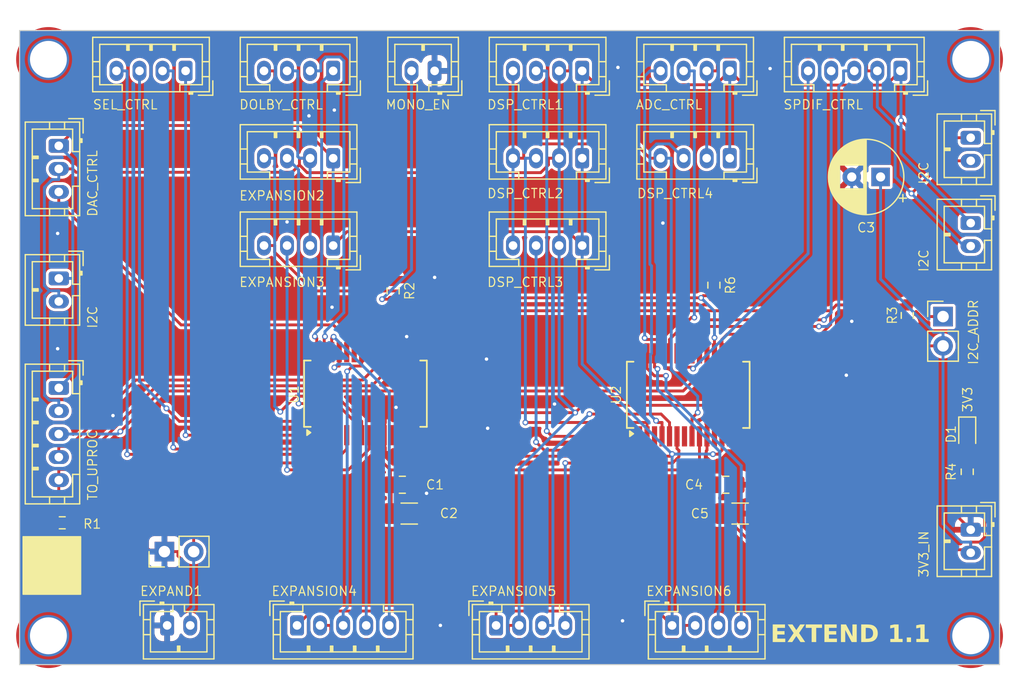
<source format=kicad_pcb>
(kicad_pcb (version 20240108) (generator "pcbnew") (generator_version "8.0")
  (layers (0 "F.Cu" signal) (31 "B.Cu" signal) (34 "B.Paste" user) (35 "F.Paste" user) (36 "B.SilkS" user "B.Silkscreen") (37 "F.SilkS" user "F.Silkscreen") (38 "B.Mask" user) (39 "F.Mask" user) (44 "Edge.Cuts" user))
  (net 0 "")
  (net 1 "GND")
  (net 2 "3V3")
  (net 3 "Net-(D1-A)")
  (net 5 "SCL")
  (net 6 "SDA")
  (net 8 "ADC_GPIO1")
  (net 9 "ADC_INT")
  (net 10 "A2")
  (net 11 "INTB")
  (net 12 "INTA")
  (net 13 "SPDIF_RESET")
  (net 14 "CHANSEL2")
  (net 15 "CHANSEL1")
  (net 16 "CHAN_EN")
  (net 17 "CHANSEL3")
  (net 18 "DSP_EN3")
  (net 19 "DSP_EN2")
  (net 20 "DSP_EN1")
  (net 21 "RESET")
  (net 22 "SPDIF_INT1")
  (net 23 "SPDIF_INT2")
  (net 24 "DSP_BOOT")
  (net 25 "EXPAND")
  (net 26 "MONOBLOCK_ENABLE")
  (net 27 "DAC_XSMT")
  (net 32 "DOLBY_RESET")
  (net 33 "DOLBY_IRQ")
  (net 34 "DSP_EN4")
  (net 37 "EXPAND3")
  (net 38 "EXPAND2")
  (net 39 "EXPAND4")
  (net 40 "EXPAND5")
  (net 41 "EXPAND7")
  (net 42 "EXPAND8")
  (net 43 "EXPAND6")
  (net 44 "EXPAND9")
  (net 45 "EXPAND10")
  (net 46 "EXPAND11")
  (net 47 "EXPAND12")
  (footprint "Connector_JST:JST_PH_B5B-PH-K_1x05_P2.00mm_Vertical" (layer "F.Cu") (at 89.3 94.5 -90)
    (property "Reference" "J2" (hide yes))
    (property "Value" "Conn_01x05_Pin")
  )
  (footprint "Connector_JST:JST_PH_B4B-PH-K_1x04_P2.00mm_Vertical" (layer "F.Cu") (at 113.1 67 180)
    (property "Reference" "J15" (hide yes))
    (property "Value" "Conn_01x04_Male")
  )
  (footprint "Connector_JST:JST_PH_B5B-PH-K_1x05_P2.00mm_Vertical" (layer "F.Cu") (at 109.9667 115.1)
    (property "Reference" "J20" (hide yes))
    (property "Value" "Conn_01x05_Pin")
  )
  (footprint "Capacitor_THT:CP_Radial_D6.3mm_P2.50mm" (layer "F.Cu") (at 160.5824 76.2 180)
    (property "Reference" "C3")
    (property "Value" "470u 10V")
  )
  (footprint "Connector_JST:JST_PH_B2B-PH-K_1x02_P2.00mm_Vertical" (layer "F.Cu") (at 98.7 115.1)
    (property "Reference" "J13" (hide yes))
    (property "Value" "Conn_01x02_Male")
  )
  (footprint "MountingHole:MountingHole_3.2mm_M3_DIN965_Pad_TopOnly" (layer "F.Cu") (at 88.4 66 90)
    (property "Reference" "H1" (hide yes))
    (property "Value" "MountingHole")
  )
  (footprint "MountingHole:MountingHole_3.2mm_M3_DIN965_Pad_TopOnly" (layer "F.Cu") (at 88.4 116 90)
    (property "Reference" "H2" (hide yes))
    (property "Value" "MountingHole")
  )
  (footprint "MountingHole:MountingHole_3.2mm_M3_DIN965_Pad_TopOnly" (layer "F.Cu") (at 168.4 66 90)
    (property "Reference" "H3" (hide yes))
    (property "Value" "MountingHole")
  )
  (footprint "Connector_JST:JST_PH_B4B-PH-K_1x04_P2.00mm_Vertical" (layer "F.Cu") (at 113.1 82.15 180)
    (property "Reference" "J19" (hide yes))
    (property "Value" "Conn_01x04_Pin")
  )
  (footprint "Connector_JST:JST_PH_B4B-PH-K_1x04_P2.00mm_Vertical" (layer "F.Cu") (at 134.7 82.15 180)
    (property "Reference" "J6" (hide yes))
    (property "Value" "Conn_01x04_Pin")
  )
  (footprint "Connector_JST:JST_PH_B2B-PH-K_1x02_P2.00mm_Vertical" (layer "F.Cu") (at 89.3 85 -90)
    (property "Reference" "J1" (hide yes))
    (property "Value" "Conn_01x02_Male")
  )
  (footprint "Connector_JST:JST_PH_B5B-PH-K_1x05_P2.00mm_Vertical" (layer "F.Cu") (at 162.3 67 180)
    (property "Reference" "J8" (hide yes))
    (property "Value" "Conn_01x05_Pin")
  )
  (footprint "Resistor_SMD:R_0603_1608Metric_Pad0.98x0.95mm_HandSolder" (layer "F.Cu") (at 146.125 85.5875 -90)
    (property "Reference" "R6")
    (property "Value" "4.7K")
  )
  (footprint "Connector_JST:JST_PH_B4B-PH-K_1x04_P2.00mm_Vertical" (layer "F.Cu") (at 100.3 67 180)
    (property "Reference" "J3" (hide yes))
    (property "Value" "Conn_01x04_Pin")
  )
  (footprint "Connector_PinHeader_2.54mm:PinHeader_1x02_P2.54mm_Vertical" (layer "F.Cu") (at 98.46 108.7 90)
    (property "Reference" "J14" (hide yes))
    (property "Value" "Conn_01x02_Male")
  )
  (footprint "Connector_JST:JST_PH_B2B-PH-K_1x02_P2.00mm_Vertical" (layer "F.Cu") (at 121.9 67 180)
    (property "Reference" "J5" (hide yes))
    (property "Value" "Conn_01x02_Male")
  )
  (footprint "Connector_JST:JST_PH_B4B-PH-K_1x04_P2.00mm_Vertical" (layer "F.Cu") (at 142.5 115.1)
    (property "Reference" "J22" (hide yes))
    (property "Value" "Conn_01x04_Pin")
  )
  (footprint "Capacitor_SMD:C_1206_3216Metric_Pad1.33x1.80mm_HandSolder" (layer "F.Cu") (at 148.4 105.4 180)
    (property "Reference" "C5")
    (property "Value" "10U")
  )
  (footprint "Connector_JST:JST_PH_B4B-PH-K_1x04_P2.00mm_Vertical" (layer "F.Cu") (at 147.5 67 180)
    (property "Reference" "J7" (hide yes))
    (property "Value" "Conn_01x04_Pin")
  )
  (footprint "Resistor_SMD:R_0603_1608Metric_Pad0.98x0.95mm_HandSolder" (layer "F.Cu") (at 118.3 86.0875 -90)
    (property "Reference" "R2")
    (property "Value" "4.7K")
  )
  (footprint "Connector_JST:JST_PH_B4B-PH-K_1x04_P2.00mm_Vertical" (layer "F.Cu") (at 127.2333 115.1)
    (property "Reference" "J21" (hide yes))
    (property "Value" "Conn_01x04_Pin")
  )
  (footprint "Resistor_SMD:R_0603_1608Metric" (layer "F.Cu") (at 168.1 101.775 -90)
    (property "Reference" "R4")
    (property "Value" "150R")
  )
  (footprint "Connector_JST:JST_PH_B4B-PH-K_1x04_P2.00mm_Vertical" (layer "F.Cu") (at 134.7 67 180)
    (property "Reference" "J4" (hide yes))
    (property "Value" "Conn_01x04_Pin")
  )
  (footprint "Connector_JST:JST_PH_B2B-PH-K_1x02_P2.00mm_Vertical" (layer "F.Cu") (at 168.4 80.2 -90)
    (property "Reference" "J10" (hide yes))
    (property "Value" "Conn_01x02_Male")
  )
  (footprint "Capacitor_SMD:C_0805_2012Metric_Pad1.18x1.45mm_HandSolder" (layer "F.Cu") (at 119.1 102.9 180)
    (property "Reference" "C1")
    (property "Value" "0.1u")
  )
  (footprint "Connector_JST:JST_PH_B4B-PH-K_1x04_P2.00mm_Vertical" (layer "F.Cu") (at 134.7 74.575 180)
    (property "Reference" "J16" (hide yes))
    (property "Value" "Conn_01x04_Pin")
  )
  (footprint "Connector_JST:JST_PH_B2B-PH-K_1x02_P2.00mm_Vertical" (layer "F.Cu") (at 168.4 106.8 -90)
    (property "Reference" "J11" (hide yes))
    (property "Value" "Conn_01x02_Pin")
  )
  (footprint "Resistor_SMD:R_0603_1608Metric_Pad0.98x0.95mm_HandSolder" (layer "F.Cu") (at 89.6 106.2 180)
    (property "Reference" "R1")
    (property "Value" "4.7K")
  )
  (footprint "Capacitor_SMD:C_1206_3216Metric_Pad1.33x1.80mm_HandSolder" (layer "F.Cu") (at 119.7 105.4 180)
    (property "Reference" "C2")
    (property "Value" "10U")
  )
  (footprint "Connector_JST:JST_PH_B2B-PH-K_1x02_P2.00mm_Vertical" (layer "F.Cu") (at 168.4 72.8 -90)
    (property "Reference" "J23" (hide yes))
    (property "Value" "Conn_01x02_Male")
  )
  (footprint "Capacitor_SMD:C_0805_2012Metric_Pad1.18x1.45mm_HandSolder" (layer "F.Cu") (at 147.1625 102.9 180)
    (property "Reference" "C4")
    (property "Value" "0.1u")
  )
  (footprint "Package_SO:SSOP-28_5.3x10.2mm_P0.65mm" (layer "F.Cu") (at 143.9 95.1 90)
    (property "Reference" "U2")
    (property "Value" "MCP23017_SS")
  )
  (footprint "LED_SMD:LED_0603_1608Metric" (layer "F.Cu") (at 168.1 98.5125 -90)
    (property "Reference" "D1")
    (property "Value" "BLUE")
  )
  (footprint "MountingHole:MountingHole_3.2mm_M3_DIN965_Pad_TopOnly" (layer "F.Cu") (at 168.4 116 90)
    (property "Reference" "H4" (hide yes))
    (property "Value" "MountingHole")
  )
  (footprint "Connector_PinHeader_2.54mm:PinHeader_1x02_P2.54mm_Vertical" (layer "F.Cu") (at 166 88.3125)
    (property "Reference" "J9" (hide yes))
    (property "Value" "Conn_01x02_Pin")
  )
  (footprint "Connector_JST:JST_PH_B4B-PH-K_1x04_P2.00mm_Vertical" (layer "F.Cu") (at 113.1 74.575 180)
    (property "Reference" "J18" (hide yes))
    (property "Value" "Conn_01x04_Pin")
  )
  (footprint "Connector_JST:JST_PH_B3B-PH-K_1x03_P2.00mm_Vertical" (layer "F.Cu") (at 89.3 73.5 -90)
    (property "Reference" "J12" (hide yes))
    (property "Value" "Conn_01x03_Pin")
  )
  (footprint "Package_SO:SSOP-28_5.3x10.2mm_P0.65mm" (layer "F.Cu") (at 115.9 95 90)
    (property "Reference" "U1")
    (property "Value" "MCP23017_SS")
  )
  (footprint "Connector_JST:JST_PH_B4B-PH-K_1x04_P2.00mm_Vertical" (layer "F.Cu") (at 147.5 74.575 180)
    (property "Reference" "J17" (hide yes))
    (property "Value" "Conn_01x04_Pin")
  )
  (footprint "Resistor_SMD:R_0603_1608Metric_Pad0.98x0.95mm_HandSolder" (layer "F.Cu") (at 162.9 88.2125 -90)
    (property "Reference" "R3")
    (property "Value" "4.7K")
  )
  (gr_rect (start 86.2 107.4) (end 91.2 112.4) (stroke (width 0.1)) (fill solid) (layer "F.SilkS"))
  (gr_line (start 170.9 63.5) (end 170.9 118.5) (stroke (width 0.1)) (layer "Edge.Cuts"))
  (gr_line (start 85.9 63.5) (end 170.9 63.5) (stroke (width 0.1)) (layer "Edge.Cuts"))
  (gr_line (start 85.9 118.5) (end 85.9 63.5) (stroke (width 0.1)) (layer "Edge.Cuts"))
  (gr_line (start 170.9 118.5) (end 85.9 118.5) (stroke (width 0.1)) (layer "Edge.Cuts"))
  (gr_text "ADC_CTRL" (at 139.3 70.4 0) (layer "F.SilkS") (effects (font (size 0.8 0.8) (thickness 0.1)) (justify left bottom)))
  (gr_text "DSP_CTRL4" (at 139.4 78.1 0) (layer "F.SilkS") (effects (font (size 0.8 0.8) (thickness 0.1)) (justify left bottom)))
  (gr_text "3V3" (at 168.599979 96.675 90) (layer "F.SilkS") (effects (font (size 0.8 0.8) (thickness 0.1)) (justify left bottom)))
  (gr_text "SPDIF_CTRL" (at 152.1 70.4 0) (layer "F.SilkS") (effects (font (size 0.8 0.8) (thickness 0.1)) (justify left bottom)))
  (gr_text "MONO_EN" (at 117.6 70.4 0) (layer "F.SilkS") (effects (font (size 0.8 0.8) (thickness 0.1)) (justify left bottom)))
  (gr_text "DSP_CTRL1" (at 126.4 70.4 0) (layer "F.SilkS") (effects (font (size 0.8 0.8) (thickness 0.1)) (justify left bottom)))
  (gr_text "SEL_CTRL" (at 92.2 70.4 0) (layer "F.SilkS") (effects (font (size 0.8 0.8) (thickness 0.1)) (justify left bottom)))
  (gr_text "I2C" (at 92.7 89.4 90) (layer "F.SilkS") (effects (font (size 0.8 0.8) (thickness 0.1)) (justify left bottom)))
  (gr_text "EXPANSION5\n" (at 125 112.6 0) (layer "F.SilkS") (effects (font (size 0.8 0.8) (thickness 0.1)) (justify left bottom)))
  (gr_text "I2C_ADDR" (at 169.1 92.5525 90) (layer "F.SilkS") (effects (font (size 0.8 0.8) (thickness 0.1)) (justify left bottom)))
  (gr_text "I2C" (at 164.8 76.9 90) (layer "F.SilkS") (effects (font (size 0.8 0.8) (thickness 0.1)) (justify left bottom)))
  (gr_text "I2C" (at 164.8 84.5 90) (layer "F.SilkS") (effects (font (size 0.8 0.8) (thickness 0.1)) (justify left bottom)))
  (gr_text "DSP_CTRL2" (at 126.4 78.1 0) (layer "F.SilkS") (effects (font (size 0.8 0.8) (thickness 0.1)) (justify left bottom)))
  (gr_text "3V3_IN" (at 164.8 111 90) (layer "F.SilkS") (effects (font (size 0.8 0.8) (thickness 0.1)) (justify left bottom)))
  (gr_text "EXTEND 1.1" (at 164.9 116.8 0) (layer "F.SilkS") (effects (font (size 1.5 1.5) (thickness 0.1) (bold yes)) (justify right bottom)))
  (gr_text "EXPANSION6\n" (at 140.2 112.6 0) (layer "F.SilkS") (effects (font (size 0.8 0.8) (thickness 0.1)) (justify left bottom)))
  (gr_text "DOLBY_CTRL" (at 104.9 70.4 0) (layer "F.SilkS") (effects (font (size 0.8 0.8) (thickness 0.1)) (justify left bottom)))
  (gr_text "DAC_CTRL" (at 92.7 79.7 90) (layer "F.SilkS") (effects (font (size 0.8 0.8) (thickness 0.1)) (justify left bottom)))
  (gr_text "DSP_CTRL3" (at 126.4 85.8 0) (layer "F.SilkS") (effects (font (size 0.8 0.8) (thickness 0.1)) (justify left bottom)))
  (gr_text "TO_UPROC" (at 92.7 104.325 90) (layer "F.SilkS") (effects (font (size 0.8 0.8) (thickness 0.1)) (justify left bottom)))
  (gr_text "EXPAND1" (at 96.3 112.6 0) (layer "F.SilkS") (effects (font (size 0.8 0.8) (thickness 0.1)) (justify left bottom)))
  (gr_text "EXPANSION4\n" (at 107.7 112.6 0) (layer "F.SilkS") (effects (font (size 0.8 0.8) (thickness 0.1)) (justify left bottom)))
  (gr_text "EXPANSION2" (at 104.9 78.3 0) (layer "F.SilkS") (effects (font (size 0.8 0.8) (thickness 0.1)) (justify left bottom)))
  (gr_text "EXPANSION3" (at 104.9 85.8 0) (layer "F.SilkS") (effects (font (size 0.8 0.8) (thickness 0.1)) (justify left bottom)))
  (segment (start 149.9625 102.9) (end 148.2 102.9) (width 0.25) (layer "F.Cu") (net 1))
  (segment (start 118.3 85.175) (end 118.5619 84.9131) (width 0.25) (layer "F.Cu") (net 1))
  (segment (start 163.7125 102.1125) (end 162.925 102.9) (width 0.25) (layer "F.Cu") (net 1))
  (segment (start 121.2625 105.4) (end 121.2625 103.7043) (width 0.25) (layer "F.Cu") (net 1))
  (segment (start 117.525 97.215) (end 118.5537 96.1863) (width 0.25) (layer "F.Cu") (net 1))
  (segment (start 163.7125 102.1125) (end 168.4 106.8) (width 0.25) (layer "F.Cu") (net 1))
  (segment (start 121.9 84.9131) (end 145.8869 84.9131) (width 0.25) (layer "F.Cu") (net 1))
  (segment (start 117.525 98.6) (end 117.525 97.215) (width 0.25) (layer "F.Cu") (net 1))
  (segment (start 120.125 91.4) (end 120.125 90.1983) (width 0.25) (layer "F.Cu") (net 1))
  (segment (start 145.525 99.9017) (end 145.4646 99.9621) (width 0.25) (layer "F.Cu") (net 1))
  (segment (start 90.5125 106.2) (end 94.7833 106.2) (width 0.25) (layer "F.Cu") (net 1))
  (segment (start 157.6119 93.4) (end 163.775 93.4) (width 0.25) (layer "F.Cu") (net 1))
  (segment (start 158.0824 76.2) (end 149.6074 84.675) (width 0.25) (layer "F.Cu") (net 1))
  (segment (start 94.7833 106.2) (end 97.2833 108.7) (width 0.25) (layer "F.Cu") (net 1))
  (segment (start 119.475 90.1983) (end 120.125 90.1983) (width 0.25) (layer "F.Cu") (net 1))
  (segment (start 120.8789 103.6414) (end 121.1996 103.6414) (width 0.25) (layer "F.Cu") (net 1))
  (segment (start 162.9 89.125) (end 162.4976 88.7226) (width 0.25) (layer "F.Cu") (net 1))
  (segment (start 145.525 98.7) (end 145.525 99.9017) (width 0.25) (layer "F.Cu") (net 1))
  (segment (start 99.6367 108.7) (end 99.6367 109.0677) (width 0.25) (layer "F.Cu") (net 1))
  (segment (start 118.5619 84.9131) (end 121.9 84.9131) (width 0.25) (layer "F.Cu") (net 1))
  (segment (start 119.475 91.4) (end 119.475 90.1983) (width 0.25) (layer "F.Cu") (net 1))
  (segment (start 162.925 102.9) (end 149.9625 102.9) (width 0.25) (layer "F.Cu") (net 1))
  (segment (start 119.475 90.0476) (end 119.475 90.1983) (width 0.25) (layer "F.Cu") (net 1))
  (segment (start 149.9625 102.9) (end 149.9625 105.4) (width 0.25) (layer "F.Cu") (net 1))
  (segment (start 168.1 97.725) (end 163.7125 102.1125) (width 0.25) (layer "F.Cu") (net 1))
  (segment (start 120.1375 102.9) (end 120.8789 103.6414) (width 0.25) (layer "F.Cu") (net 1))
  (segment (start 145.8869 84.9131) (end 146.125 84.675) (width 0.25) (layer "F.Cu") (net 1))
  (segment (start 98.46 108.7) (end 99.6367 108.7) (width 0.25) (layer "F.Cu") (net 1))
  (segment (start 156.9136 92.7017) (end 157.6119 93.4) (width 0.25) (layer "F.Cu") (net 1))
  (segment (start 145.4646 100.4868) (end 147.8778 102.9) (width 0.25) (layer "F.Cu") (net 1))
  (segment (start 99.6367 109.0677) (end 100.4935 109.9245) (width 0.25) (layer "F.Cu") (net 1))
  (segment (start 100.4935 109.9245) (end 116.738 109.9245) (width 0.25) (layer "F.Cu") (net 1))
  (segment (start 97.8717 108.7) (end 98.46 108.7) (width 0.25) (layer "F.Cu") (net 1))
  (segment (start 145.4646 99.9621) (end 145.4646 100.4868) (width 0.25) (layer "F.Cu") (net 1))
  (segment (start 163.775 93.4) (end 168.1 97.725) (width 0.25) (layer "F.Cu") (net 1))
  (segment (start 147.475 91.5) (end 147.475 92.7017) (width 0.25) (layer "F.Cu") (net 1))
  (segment (start 162.4976 88.7226) (end 158.0824 88.7226) (width 0.25) (layer "F.Cu") (net 1))
  (segment (start 149.6074 84.675) (end 146.125 84.675) (width 0.25) (layer "F.Cu") (net 1))
  (segment (start 147.8778 102.9) (end 148.2 102.9) (width 0.25) (layer "F.Cu") (net 1))
  (segment (start 97.8717 108.7) (end 97.2833 108.7) (width 0.25) (layer "F.Cu") (net 1))
  (segment (start 116.738 109.9245) (end 121.2625 105.4) (width 0.25) (layer "F.Cu") (net 1))
  (segment (start 147.475 92.7017) (end 156.9136 92.7017) (width 0.25) (layer "F.Cu") (net 1))
  (segment (start 121.2625 103.7043) (end 121.1996 103.6414) (width 0.25) (layer "F.Cu") (net 1))
  (via (at 121.9 84.9131) (size 0.5) (drill 0.3) (layers "F.Cu" "B.Cu") (net 1))
  (via (at 118.5537 96.1863) (size 0.5) (drill 0.3) (layers "F.Cu" "B.Cu") (net 1))
  (via (at 94 96.9) (size 0.5) (drill 0.3) (layers "F.Cu" "B.Cu") (net 1))
  (via (at 122.4 115.1) (size 0.5) (drill 0.3) (layers "F.Cu" "B.Cu") (net 1))
  (via (at 151 66.8) (size 0.5) (drill 0.3) (layers "F.Cu" "B.Cu") (net 1))
  (via (at 89.2 81.1) (size 0.5) (drill 0.3) (layers "F.Cu" "B.Cu") (net 1))
  (via (at 113 87.5) (size 0.5) (drill 0.3) (layers "F.Cu" "B.Cu") (net 1))
  (via (at 121.1996 103.6414) (size 0.5) (drill 0.3) (layers "F.Cu" "B.Cu") (net 1))
  (via (at 141.7 80.2) (size 0.5) (drill 0.3) (layers "F.Cu" "B.Cu") (net 1))
  (via (at 126.5 98) (size 0.5) (drill 0.3) (layers "F.Cu" "B.Cu") (net 1))
  (via (at 89.2 91.1) (size 0.5) (drill 0.3) (layers "F.Cu" "B.Cu") (net 1))
  (via (at 126.4 92) (size 0.5) (drill 0.3) (layers "F.Cu" "B.Cu") (net 1))
  (via (at 111 70.9) (size 0.5) (drill 0.3) (layers "F.Cu" "B.Cu") (net 1))
  (via (at 119.475 90.0476) (size 0.5) (drill 0.3) (layers "F.Cu" "B.Cu") (net 1))
  (via (at 113.2 70.4) (size 0.5) (drill 0.3) (layers "F.Cu" "B.Cu") (net 1))
  (via (at 137.8 66.7) (size 0.5) (drill 0.3) (layers "F.Cu" "B.Cu") (net 1))
  (via (at 157.6119 93.4) (size 0.5) (drill 0.3) (layers "F.Cu" "B.Cu") (net 1))
  (via (at 158.0824 88.7226) (size 0.5) (drill 0.3) (layers "F.Cu" "B.Cu") (net 1))
  (via (at 138.2 114.7) (size 0.5) (drill 0.3) (layers "F.Cu" "B.Cu") (net 1))
  (via (at 109.1 80.1) (size 0.5) (drill 0.3) (layers "F.Cu" "B.Cu") (net 1))
  (via (at 132.3 95.9) (size 0.5) (drill 0.3) (layers "F.Cu" "B.Cu") (net 1))
  (segment (start 158.0824 88.7226) (end 158.0824 92.9295) (width 0.25) (layer "B.Cu") (net 1))
  (segment (start 119.475 90.0476) (end 119.475 95.265) (width 0.25) (layer "B.Cu") (net 1))
  (segment (start 158.0824 92.9295) (end 157.6119 93.4) (width 0.25) (layer "B.Cu") (net 1))
  (segment (start 121.1996 98.8322) (end 121.1996 103.6414) (width 0.25) (layer "B.Cu") (net 1))
  (segment (start 121.9 67) (end 121.9 84.9131) (width 0.25) (layer "B.Cu") (net 1))
  (segment (start 98.46 109.8767) (end 98.7 110.1167) (width 0.25) (layer "B.Cu") (net 1))
  (segment (start 121.9 84.9131) (end 119.475 87.3381) (width 0.25) (layer "B.Cu") (net 1))
  (segment (start 98.46 108.7) (end 98.46 109.8767) (width 0.25) (layer "B.Cu") (net 1))
  (segment (start 98.7 110.1167) (end 98.7 115.1) (width 0.25) (layer "B.Cu") (net 1))
  (segment (start 158.0824 76.2) (end 158.0824 88.7226) (width 0.25) (layer "B.Cu") (net 1))
  (segment (start 119.475 87.3381) (end 119.475 90.0476) (width 0.25) (layer "B.Cu") (net 1))
  (segment (start 118.5537 96.1863) (end 121.1996 98.8322) (width 0.25) (layer "B.Cu") (net 1))
  (segment (start 119.475 95.265) (end 118.5537 96.1863) (width 0.25) (layer "B.Cu") (net 1))
  (segment (start 148.125 90.2983) (end 164.2691 90.2983) (width 0.25) (layer "F.Cu") (net 2))
  (segment (start 118.0625 102.9) (end 118.1375 102.975) (width 0.25) (layer "F.Cu") (net 2))
  (segment (start 168.1 102.6) (end 169.6068 104.1068) (width 0.25) (layer "F.Cu") (net 2))
  (segment (start 144.875 101.65) (end 146.125 102.9) (width 0.25) (layer "F.Cu") (net 2))
  (segment (start 118.0625 101.6144) (end 116.875 100.4269) (width 0.25) (layer "F.Cu") (net 2))
  (segment (start 168.4 108.5356) (end 168.4 107.8733) (width 0.25) (layer "F.Cu") (net 2))
  (segment (start 116.875 100.4269) (end 116.875 98.6) (width 0.25) (layer "F.Cu") (net 2))
  (segment (start 169.1929 107.8733) (end 168.4 107.8733) (width 0.25) (layer "F.Cu") (net 2))
  (segment (start 118.0625 101.6144) (end 118.0625 102.9) (width 0.25) (layer "F.Cu") (net 2))
  (segment (start 166 90.8525) (end 164.8233 90.8525) (width 0.25) (layer "F.Cu") (net 2))
  (segment (start 149.9731 108.5356) (end 146.8375 105.4) (width 0.25) (layer "F.Cu") (net 2))
  (segment (start 169.6068 104.1068) (end 169.6068 107.4594) (width 0.25) (layer "F.Cu") (net 2))
  (segment (start 144.875 98.7) (end 144.875 101.6144) (width 0.25) (layer "F.Cu") (net 2))
  (segment (start 146.125 102.9) (end 146.125 104.6875) (width 0.25) (layer "F.Cu") (net 2))
  (segment (start 164.2691 90.2983) (end 164.8233 90.8525) (width 0.25) (layer "F.Cu") (net 2))
  (segment (start 168.4 108.8) (end 168.4 108.5356) (width 0.25) (layer "F.Cu") (net 2))
  (segment (start 169.6068 107.4594) (end 169.1929 107.8733) (width 0.25) (layer "F.Cu") (net 2))
  (segment (start 146.125 104.6875) (end 146.8375 105.4) (width 0.25) (layer "F.Cu") (net 2))
  (segment (start 118.1375 102.975) (end 118.1375 105.4) (width 0.25) (layer "F.Cu") (net 2))
  (segment (start 144.875 101.6144) (end 118.0625 101.6144) (width 0.25) (layer "F.Cu") (net 2))
  (segment (start 168.4 108.5356) (end 149.9731 108.5356) (width 0.25) (layer "F.Cu") (net 2))
  (segment (start 148.125 91.5) (end 148.125 90.2983) (width 0.25) (layer "F.Cu") (net 2))
  (segment (start 144.875 101.6144) (end 144.875 101.65) (width 0.25) (layer "F.Cu") (net 2))
  (segment (start 160.5824 85.0672) (end 160.5824 76.2) (width 0.25) (layer "B.Cu") (net 2))
  (segment (start 166 90.8525) (end 166 89.6758) (width 0.25) (layer "B.Cu") (net 2))
  (segment (start 165.191 89.6758) (end 160.5824 85.0672) (width 0.25) (layer "B.Cu") (net 2))
  (segment (start 166 106.2842) (end 166 90.8525) (width 0.25) (layer "B.Cu") (net 2))
  (segment (start 168.4 108.8) (end 168.4 107.8733) (width 0.25) (layer "B.Cu") (net 2))
  (segment (start 166 89.6758) (end 165.191 89.6758) (width 0.25) (layer "B.Cu") (net 2))
  (segment (start 167.5891 107.8733) (end 166 106.2842) (width 0.25) (layer "B.Cu") (net 2))
  (segment (start 168.4 107.8733) (end 167.5891 107.8733) (width 0.25) (layer "B.Cu") (net 2))
  (segment (start 168.1 99.3) (end 168.1 100.95) (width 0.25) (layer "F.Cu") (net 3))
  (segment (start 142.5 100.2376) (end 142.313 100.4246) (width 0.25) (layer "F.Cu") (net 5))
  (segment (start 108.0267 67) (end 108.0267 71.7375) (width 0.25) (layer "F.Cu") (net 5))
  (segment (start 107.1 67) (end 108.0267 67) (width 0.25) (layer "F.Cu") (net 5))
  (segment (start 133.4983 80.9483) (end 114.3017 80.9483) (width 0.25) (layer "F.Cu") (net 5))
  (segment (start 142.313 100.4246) (end 119.4479 100.4246) (width 0.25) (layer "F.Cu") (net 5))
  (segment (start 108.0267 71.7375) (end 110.2625 71.7375) (width 0.25) (layer "F.Cu") (net 5))
  (segment (start 109.9667 115.1) (end 111.2129 113.8538) (width 0.25) (layer "F.Cu") (net 5))
  (segment (start 127.2333 113.8538) (end 141.2538 113.8538) (width 0.25) (layer "F.Cu") (net 5))
  (segment (start 162.3 67) (end 161.0667 68.2333) (width 0.25) (layer "F.Cu") (net 5))
  (segment (start 168.4 72.8) (end 163.8551 72.8) (width 0.25) (layer "F.Cu") (net 5))
  (segment (start 134.7 82.15) (end 133.4983 80.9483) (width 0.25) (layer "F.Cu") (net 5))
  (segment (start 110.2625 71.7375) (end 113.1 74.575) (width 0.25) (layer "F.Cu") (net 5))
  (segment (start 141.2538 113.8538) (end 142.5 115.1) (width 0.25) (layer "F.Cu") (net 5))
  (segment (start 91.0625 71.7375) (end 108.0267 71.7375) (width 0.25) (layer "F.Cu") (net 5))
  (segment (start 146.4787 100.248) (end 146.0413 100.248) (width 0.25) (layer "F.Cu") (net 5))
  (segment (start 89.3 73.5) (end 91.0625 71.7375) (width 0.25) (layer "F.Cu") (net 5))
  (segment (start 161.0667 68.2333) (end 148.7333 68.2333) (width 0.25) (layer "F.Cu") (net 5))
  (segment (start 135.9017 68.2017) (end 146.2983 68.2017) (width 0.25) (layer "F.Cu") (net 5))
  (segment (start 118.825 98.6) (end 118.825 99.8017) (width 0.25) (layer "F.Cu") (net 5))
  (segment (start 163.8551 72.8) (end 162.3551 71.3) (width 0.25) (layer "F.Cu") (net 5))
  (segment (start 148.7333 68.2333) (end 147.5 67) (width 0.25) (layer "F.Cu") (net 5))
  (segment (start 134.7 67) (end 135.9017 68.2017) (width 0.25) (layer "F.Cu") (net 5))
  (segment (start 146.825 98.7) (end 146.825 99.9017) (width 0.25) (layer "F.Cu") (net 5))
  (segment (start 111.2129 113.8538) (end 127.2333 113.8538) (width 0.25) (layer "F.Cu") (net 5))
  (segment (start 119.4479 100.4246) (end 118.825 99.8017) (width 0.25) (layer "F.Cu") (net 5))
  (segment (start 114.3017 80.9483) (end 113.1 82.15) (width 0.25) (layer "F.Cu") (net 5))
  (segment (start 127.2333 113.8538) (end 127.2333 115.1) (width 0.25) (layer "F.Cu") (net 5))
  (segment (start 146.2983 68.2017) (end 147.5 67) (width 0.25) (layer "F.Cu") (net 5))
  (segment (start 146.825 99.9017) (end 146.4787 100.248) (width 0.25) (layer "F.Cu") (net 5))
  (via (at 162.3551 71.3) (size 0.5) (drill 0.3) (layers "F.Cu" "B.Cu") (net 5))
  (via (at 146.0413 100.248) (size 0.5) (drill 0.3) (layers "F.Cu" "B.Cu") (net 5))
  (via (at 142.5 100.2376) (size 0.5) (drill 0.3) (layers "F.Cu" "B.Cu") (net 5))
  (segment (start 142.5 100.2376) (end 134.7 92.4376) (width 0.25) (layer "B.Cu") (net 5))
  (segment (start 90.5158 85) (end 89.3 85) (width 0.25) (layer "B.Cu") (net 5))
  (segment (start 90.5158 85) (end 90.5158 93.2842) (width 0.25) (layer "B.Cu") (net 5))
  (segment (start 168.4 80.2) (end 162.3551 74.1551) (width 0.25) (layer "B.Cu") (net 5))
  (segment (start 142.5 100.2376) (end 146.0309 100.2376) (width 0.25) (layer "B.Cu") (net 5))
  (segment (start 162.3551 74.1551) (end 162.3551 71.3) (width 0.25) (layer "B.Cu") (net 5))
  (segment (start 142.5 115.1) (end 142.5 100.2376) (width 0.25) (layer "B.Cu") (net 5))
  (segment (start 89.3 73.5) (end 90.5158 74.7158) (width 0.25) (layer "B.Cu") (net 5))
  (segment (start 162.3551 71.3) (end 162.3551 67.055) (width 0.25) (layer "B.Cu") (net 5))
  (segment (start 134.7 74.575) (end 134.7 82.15) (width 0.25) (layer "B.Cu") (net 5))
  (segment (start 146.0309 100.2376) (end 146.0413 100.248) (width 0.25) (layer "B.Cu") (net 5))
  (segment (start 134.7 92.4376) (end 134.7 82.15) (width 0.25) (layer "B.Cu") (net 5))
  (segment (start 113.1 74.575) (end 113.1 82.15) (width 0.25) (layer "B.Cu") (net 5))
  (segment (start 134.7 67) (end 134.7 74.575) (width 0.25) (layer "B.Cu") (net 5))
  (segment (start 147.5 67) (end 147.5 74.575) (width 0.25) (layer "B.Cu") (net 5))
  (segment (start 162.3551 67.055) (end 162.355 67.055) (width 0.25) (layer "B.Cu") (net 5))
  (segment (start 162.355 67.055) (end 162.3 67) (width 0.25) (layer "B.Cu") (net 5))
  (segment (start 90.5158 93.2842) (end 89.3 94.5) (width 0.25) (layer "B.Cu") (net 5))
  (segment (start 90.5158 74.7158) (end 90.5158 85) (width 0.25) (layer "B.Cu") (net 5))
  (segment (start 90.7974 75.7957) (end 109.5318 75.7957) (width 0.25) (layer "F.Cu") (net 6))
  (segment (start 146.8234 65.7924) (end 146.4267 66.1891) (width 0.25) (layer "F.Cu") (net 6))
  (segment (start 132.7 67) (end 133.6267 67) (width 0.25) (layer "F.Cu") (net 6))
  (segment (start 133.6267 66.1891) (end 134.0642 65.7516) (width 0.25) (layer "F.Cu") (net 6))
  (segment (start 89.3 75.5) (end 90.5017 75.5) (width 0.25) (layer "F.Cu") (net 6))
  (segment (start 168.4 74.8) (end 166.1 74.8) (width 0.25) (layer "F.Cu") (net 6))
  (segment (start 128.7122 116.3165) (end 143.1677 116.3165) (width 0.25) (layer "F.Cu") (net 6))
  (segment (start 134.0642 65.7516) (end 145.9892 65.7516) (width 0.25) (layer "F.Cu") (net 6))
  (segment (start 159.3733 67) (end 159.3733 66.4208) (width 0.25) (layer "F.Cu") (net 6))
  (segment (start 134.7338 96.0083) (end 145.985 96.0083) (width 0.25) (layer "F.Cu") (net 6))
  (segment (start 128.3066 115.9109) (end 128.7122 116.3165) (width 0.25) (layer "F.Cu") (net 6))
  (segment (start 158.7449 65.7924) (end 146.8234 65.7924) (width 0.25) (layer "F.Cu") (net 6))
  (segment (start 119.475 98.6) (end 119.475 97.3983) (width 0.25) (layer "F.Cu") (net 6))
  (segment (start 120.2269 96.6464) (end 119.475 97.3983) (width 0.25) (layer "F.Cu") (net 6))
  (segment (start 134.0957 96.6464) (end 120.2269 96.6464) (width 0.25) (layer "F.Cu") (net 6))
  (segment (start 143.1677 116.3165) (end 143.5733 115.9109) (width 0.25) (layer "F.Cu") (net 6))
  (segment (start 127.8928 116.3247) (end 128.3066 115.9109) (width 0.25) (layer "F.Cu") (net 6))
  (segment (start 129.2333 115.1) (end 128.3066 115.1) (width 0.25) (layer "F.Cu") (net 6))
  (segment (start 131.7733 74.575) (end 131.7733 75.1542) (width 0.25) (layer "F.Cu") (net 6))
  (segment (start 110.1733 75.1542) (end 110.1733 74.575) (width 0.25) (layer "F.Cu") (net 6))
  (segment (start 128.3066 115.9109) (end 128.3066 115.1) (width 0.25) (layer "F.Cu") (net 6))
  (segment (start 132.7 74.575) (end 131.7733 74.575) (width 0.25) (layer "F.Cu") (net 6))
  (segment (start 112.8934 115.6792) (end 113.5389 116.3247) (width 0.25) (layer "F.Cu") (net 6))
  (segment (start 112.8934 115.1) (end 112.8934 115.6792) (width 0.25) (layer "F.Cu") (net 6))
  (segment (start 131.7733 75.1542) (end 131.1 75.8275) (width 0.25) (layer "F.Cu") (net 6))
  (segment (start 166.1 74.8) (end 163.2625 77.6375) (width 0.25) (layer "F.Cu") (net 6))
  (segment (start 145.5 67) (end 146.4267 67) (width 0.25) (layer "F.Cu") (net 6))
  (segment (start 134.0957 96.6464) (end 134.7338 96.0083) (width 0.25) (layer "F.Cu") (net 6))
  (segment (start 109.5318 75.7957) (end 110.1733 75.1542) (width 0.25) (layer "F.Cu") (net 6))
  (segment (start 113.5389 116.3247) (end 127.8928 116.3247) (width 0.25) (layer "F.Cu") (net 6))
  (segment (start 147.475 98.7) (end 147.475 97.4983) (width 0.25) (layer "F.Cu") (net 6))
  (segment (start 145.9892 65.7516) (end 146.4267 66.1891) (width 0.25) (layer "F.Cu") (net 6))
  (segment (start 110.8466 75.8275) (end 110.1733 75.1542) (width 0.25) (layer "F.Cu") (net 6))
  (segment (start 143.5733 115.9109) (end 143.5733 115.1) (width 0.25) (layer "F.Cu") (net 6))
  (segment (start 144.5 115.1) (end 143.5733 115.1) (width 0.25) (layer "F.Cu") (net 6))
  (segment (start 111.1 74.575) (end 110.1733 74.575) (width 0.25) (layer "F.Cu") (net 6))
  (segment (start 159.3733 66.4208) (end 158.7449 65.7924) (width 0.25) (layer "F.Cu") (net 6))
  (segment (start 131.1 75.8275) (end 110.8466 75.8275) (width 0.25) (layer "F.Cu") (net 6))
  (segment (start 90.5017 75.5) (end 90.7974 75.7957) (width 0.25) (layer "F.Cu") (net 6))
  (segment (start 111.9667 115.1) (end 112.8934 115.1) (width 0.25) (layer "F.Cu") (net 6))
  (segment (start 160.3 67) (end 159.3733 67) (width 0.25) (layer "F.Cu") (net 6))
  (segment (start 146.4267 66.1891) (end 146.4267 67) (width 0.25) (layer "F.Cu") (net 6))
  (segment (start 133.6267 67) (end 133.6267 66.1891) (width 0.25) (layer "F.Cu") (net 6))
  (segment (start 145.985 96.0083) (end 147.475 97.4983) (width 0.25) (layer "F.Cu") (net 6))
  (via (at 163.2625 77.6375) (size 0.5) (drill 0.3) (layers "F.Cu" "B.Cu") (net 6))
  (via (at 134.0957 96.6464) (size 0.5) (drill 0.3) (layers "F.Cu" "B.Cu") (net 6))
  (segment (start 110.0267 67) (end 110.0267 74.4284) (width 0.25) (layer "B.Cu") (net 6))
  (segment (start 111.1 74.9474) (end 111.1 82.15) (width 0.25) (layer "B.Cu") (net 6))
  (segment (start 132.7 67) (end 132.7 74.575) (width 0.25) (layer "B.Cu") (net 6))
  (segment (start 160.3 70.128784) (end 160.3 67) (width 0.25) (layer "B.Cu") (net 6))
  (segment (start 89.3 76.4267) (end 88.7208 76.4267) (width 0.25) (layer "B.Cu") (net 6))
  (segment (start 134.0957 96.6464) (end 132.7 95.2507) (width 0.25) (layer "B.Cu") (net 6))
  (segment (start 89.3 96.5) (end 89.3 95.5733) (width 0.25) (layer "B.Cu") (net 6))
  (segment (start 110.0267 74.4284) (end 110.1733 74.575) (width 0.25) (layer "B.Cu") (net 6))
  (segment (start 161.8498 71.678584) (end 160.3 70.128784) (width 0.25) (layer "B.Cu") (net 6))
  (segment (start 132.7 74.575) (end 132.7 82.15) (width 0.25) (layer "B.Cu") (net 6))
  (segment (start 88.4891 86.0733) (end 89.3 86.0733) (width 0.25) (layer "B.Cu") (net 6))
  (segment (start 145.5 67) (end 145.5 74.575) (width 0.25) (layer "B.Cu") (net 6))
  (segment (start 88.4891 86.0733) (end 88.071 86.4914) (width 0.25) (layer "B.Cu") (net 6))
  (segment (start 88.071 95.1552) (end 88.4891 95.5733) (width 0.25) (layer "B.Cu") (net 6))
  (segment (start 167.825 82.2) (end 161.8498 76.2248) (width 0.25) (layer "B.Cu") (net 6))
  (segment (start 129.2333 115.1) (end 129.2333 101.5088) (width 0.25) (layer "B.Cu") (net 6))
  (segment (start 132.7 95.2507) (end 132.7 82.15) (width 0.25) (layer "B.Cu") (net 6))
  (segment (start 161.8498 76.2248) (end 161.8498 71.678584) (width 0.25) (layer "B.Cu") (net 6))
  (segment (start 88.0468 77.1007) (end 88.0468 85.631) (width 0.25) (layer "B.Cu") (net 6))
  (segment (start 89.3 87) (end 89.3 86.0733) (width 0.25) (layer "B.Cu") (net 6))
  (segment (start 88.071 86.4914) (end 88.071 95.1552) (width 0.25) (layer "B.Cu") (net 6))
  (segment (start 110.7276 74.575) (end 110.1733 74.575) (width 0.25) (layer "B.Cu") (net 6))
  (segment (start 88.0468 85.631) (end 88.4891 86.0733) (width 0.25) (layer "B.Cu") (net 6))
  (segment (start 111.1 74.575) (end 110.7276 74.575) (width 0.25) (layer "B.Cu") (net 6))
  (segment (start 89.3 75.5) (end 89.3 76.4267) (width 0.25) (layer "B.Cu") (net 6))
  (segment (start 168.4 82.2) (end 167.825 82.2) (width 0.25) (layer "B.Cu") (net 6))
  (segment (start 88.4891 95.5733) (end 89.3 95.5733) (width 0.25) (layer "B.Cu") (net 6))
  (segment (start 109.1 67) (end 110.0267 67) (width 0.25) (layer "B.Cu") (net 6))
  (segment (start 129.2333 101.5088) (end 134.0957 96.6464) (width 0.25) (layer "B.Cu") (net 6))
  (segment (start 110.7276 74.575) (end 111.1 74.9474) (width 0.25) (layer "B.Cu") (net 6))
  (segment (start 88.7208 76.4267) (end 88.0468 77.1007) (width 0.25) (layer "B.Cu") (net 6))
  (segment (start 144.1794 88.3939) (end 144.4267 88.3939) (width 0.25) (layer "F.Cu") (net 8))
  (segment (start 142.275 90.2983) (end 144.1794 88.3939) (width 0.25) (layer "F.Cu") (net 8))
  (segment (start 142.275 91.5) (end 142.275 90.2983) (width 0.25) (layer "F.Cu") (net 8))
  (via (at 144.4267 88.3939) (size 0.5) (drill 0.3) (layers "F.Cu" "B.Cu") (net 8))
  (segment (start 143.5 67) (end 144.4267 67) (width 0.25) (layer "B.Cu") (net 8))
  (segment (start 144.4267 67) (end 144.4267 88.3939) (width 0.25) (layer "B.Cu") (net 8))
  (segment (start 141.625 90.2983) (end 140.2473 90.2983) (width 0.25) (layer "F.Cu") (net 9))
  (segment (start 140.2473 90.2983) (end 140.1216 90.1726) (width 0.25) (layer "F.Cu") (net 9))
  (segment (start 141.625 91.5) (end 141.625 90.2983) (width 0.25) (layer "F.Cu") (net 9))
  (via (at 140.1216 90.1726) (size 0.5) (drill 0.3) (layers "F.Cu" "B.Cu") (net 9))
  (segment (start 140.5733 67) (end 140.1216 67.4517) (width 0.25) (layer "B.Cu") (net 9))
  (segment (start 141.5 67) (end 140.5733 67) (width 0.25) (layer "B.Cu") (net 9))
  (segment (start 140.1216 67.4517) (end 140.1216 90.1726) (width 0.25) (layer "B.Cu") (net 9))
  (segment (start 156.2507 87.8065) (end 128.4301 87.8065) (width 0.25) (layer "F.Cu") (net 10))
  (segment (start 147.2767 89.8466) (end 155.4054 89.8466) (width 0.25) (layer "F.Cu") (net 10))
  (segment (start 155.4054 89.8466) (end 156.2507 89.0013) (width 0.25) (layer "F.Cu") (net 10))
  (segment (start 128.4301 87.8065) (end 123.6349 92.6017) (width 0.25) (layer "F.Cu") (net 10))
  (segment (start 146.825 90.2983) (end 147.2767 89.8466) (width 0.25) (layer "F.Cu") (net 10))
  (segment (start 156.2507 89.0013) (end 156.2507 87.8065) (width 0.25) (layer "F.Cu") (net 10))
  (segment (start 156.7572 87.3) (end 156.2507 87.8065) (width 0.25) (layer "F.Cu") (net 10))
  (segment (start 163.8108 87.3) (end 162.9 87.3) (width 0.25) (layer "F.Cu") (net 10))
  (segment (start 118.825 91.4) (end 118.825 92.6017) (width 0.25) (layer "F.Cu") (net 10))
  (segment (start 146.825 90.8991) (end 146.825 90.2983) (width 0.25) (layer "F.Cu") (net 10))
  (segment (start 164.8233 88.3125) (end 163.8108 87.3) (width 0.25) (layer "F.Cu") (net 10))
  (segment (start 162.9 87.3) (end 156.7572 87.3) (width 0.25) (layer "F.Cu") (net 10))
  (segment (start 123.6349 92.6017) (end 118.825 92.6017) (width 0.25) (layer "F.Cu") (net 10))
  (segment (start 166 88.3125) (end 164.8233 88.3125) (width 0.25) (layer "F.Cu") (net 10))
  (segment (start 146.825 90.8991) (end 146.825 91.5) (width 0.25) (layer "F.Cu") (net 10))
  (segment (start 145.525 91.5) (end 145.525 92.7017) (width 0.25) (layer "F.Cu") (net 11))
  (segment (start 98.1533 94.7662) (end 143.4605 94.7662) (width 0.25) (layer "F.Cu") (net 11))
  (segment (start 94.6397 98.2798) (end 98.1533 94.7662) (width 0.25) (layer "F.Cu") (net 11))
  (segment (start 143.4605 94.7662) (end 145.525 92.7017) (width 0.25) (layer "F.Cu") (net 11))
  (via (at 94.6397 98.2798) (size 0.5) (drill 0.3) (layers "F.Cu" "B.Cu") (net 11))
  (segment (start 89.3 98.5) (end 90.5017 98.5) (width 0.25) (layer "B.Cu") (net 11))
  (segment (start 90.5017 98.5) (end 94.4195 98.5) (width 0.25) (layer "B.Cu") (net 11))
  (segment (start 94.4195 98.5) (end 94.6397 98.2798) (width 0.25) (layer "B.Cu") (net 11))
  (segment (start 90.2267 99.5733) (end 95.9832 93.8168) (width 0.25) (layer "F.Cu") (net 12))
  (segment (start 115.6599 93.8168) (end 116.875 92.6017) (width 0.25) (layer "F.Cu") (net 12))
  (segment (start 89.3 99.5733) (end 90.2267 99.5733) (width 0.25) (layer "F.Cu") (net 12))
  (segment (start 95.9832 93.8168) (end 115.6599 93.8168) (width 0.25) (layer "F.Cu") (net 12))
  (segment (start 116.875 91.4) (end 116.875 92.6017) (width 0.25) (layer "F.Cu") (net 12))
  (segment (start 89.3 100.5) (end 89.3 99.5733) (width 0.25) (layer "F.Cu") (net 12))
  (segment (start 142.925 92.7017) (end 144.1921 92.7017) (width 0.25) (layer "F.Cu") (net 13))
  (segment (start 144.1921 92.7017) (end 144.3171 92.8267) (width 0.25) (layer "F.Cu") (net 13))
  (segment (start 142.925 91.5) (end 142.925 92.7017) (width 0.25) (layer "F.Cu") (net 13))
  (via (at 144.3171 92.8267) (size 0.5) (drill 0.3) (layers "F.Cu" "B.Cu") (net 13))
  (segment (start 154.3 82.8438) (end 144.3171 92.8267) (width 0.25) (layer "B.Cu") (net 13))
  (segment (start 154.3 67) (end 154.3 82.8438) (width 0.25) (layer "B.Cu") (net 13))
  (segment (start 99.373 99.8017) (end 99.2267 99.6554) (width 0.25) (layer "F.Cu") (net 14))
  (segment (start 112.325 98.6) (end 112.325 99.8017) (width 0.25) (layer "F.Cu") (net 14))
  (segment (start 112.325 99.8017) (end 99.373 99.8017) (width 0.25) (layer "F.Cu") (net 14))
  (via (at 99.2267 99.6554) (size 0.5) (drill 0.3) (layers "F.Cu" "B.Cu") (net 14))
  (segment (start 98.3 67) (end 99.2267 67) (width 0.25) (layer "B.Cu") (net 14))
  (segment (start 99.2267 67) (end 99.2267 99.6554) (width 0.25) (layer "B.Cu") (net 14))
  (segment (start 111.675 98.6) (end 100.3 98.6) (width 0.25) (layer "F.Cu") (net 15))
  (via (at 100.3 98.6) (size 0.5) (drill 0.3) (layers "F.Cu" "B.Cu") (net 15))
  (segment (start 100.3 67) (end 100.3 98.6) (width 0.25) (layer "B.Cu") (net 15))
  (segment (start 113.625 98.6) (end 113.625 99.8017) (width 0.25) (layer "F.Cu") (net 16))
  (segment (start 113.625 99.8017) (end 113.164 100.2627) (width 0.25) (layer "F.Cu") (net 16))
  (segment (start 113.164 100.2627) (end 95.2267 100.2627) (width 0.25) (layer "F.Cu") (net 16))
  (via (at 95.2267 100.2627) (size 0.5) (drill 0.3) (layers "F.Cu" "B.Cu") (net 16))
  (segment (start 94.3 67) (end 95.2267 67) (width 0.25) (layer "B.Cu") (net 16))
  (segment (start 95.2267 67) (end 95.2267 100.2627) (width 0.25) (layer "B.Cu") (net 16))
  (segment (start 99.7627 97.3983) (end 112.975 97.3983) (width 0.25) (layer "F.Cu") (net 17))
  (segment (start 98.6397 96.2753) (end 99.7627 97.3983) (width 0.25) (layer "F.Cu") (net 17))
  (segment (start 112.975 98.6) (end 112.975 97.3983) (width 0.25) (layer "F.Cu") (net 17))
  (via (at 98.6397 96.2753) (size 0.5) (drill 0.3) (layers "F.Cu" "B.Cu") (net 17))
  (segment (start 96.3 67) (end 96.3 93.9356) (width 0.25) (layer "B.Cu") (net 17))
  (segment (start 96.3 93.9356) (end 98.6397 96.2753) (width 0.25) (layer "B.Cu") (net 17))
  (segment (start 140.975 98.7) (end 140.975 99.9017) (width 0.25) (layer "F.Cu") (net 18))
  (segment (start 131.4074 99.9017) (end 130.7 99.1943) (width 0.25) (layer "F.Cu") (net 18))
  (segment (start 140.975 99.9017) (end 131.4074 99.9017) (width 0.25) (layer "F.Cu") (net 18))
  (via (at 130.7 99.1943) (size 0.5) (drill 0.3) (layers "F.Cu" "B.Cu") (net 18))
  (segment (start 130.7 82.15) (end 130.7 99.1943) (width 0.25) (layer "B.Cu") (net 18))
  (segment (start 140.325 97.4983) (end 129.7733 97.4983) (width 0.25) (layer "F.Cu") (net 19))
  (segment (start 140.325 98.7) (end 140.325 97.4983) (width 0.25) (layer "F.Cu") (net 19))
  (via (at 129.7733 97.4983) (size 0.5) (drill 0.3) (layers "F.Cu" "B.Cu") (net 19))
  (segment (start 129.7733 74.575) (end 129.7733 97.4983) (width 0.25) (layer "B.Cu") (net 19))
  (segment (start 130.7 74.575) (end 129.7733 74.575) (width 0.25) (layer "B.Cu") (net 19))
  (segment (start 139.675 98.7) (end 132.0844 98.7) (width 0.25) (layer "F.Cu") (net 20))
  (segment (start 132.0844 98.7) (end 131.6267 98.2423) (width 0.25) (layer "F.Cu") (net 20))
  (via (at 131.6267 98.2423) (size 0.5) (drill 0.3) (layers "F.Cu" "B.Cu") (net 20))
  (segment (start 131.6267 67) (end 131.6267 98.2423) (width 0.25) (layer "B.Cu") (net 20))
  (segment (start 130.7 67) (end 131.6267 67) (width 0.25) (layer "B.Cu") (net 20))
  (segment (start 121.6868 86.6865) (end 145.0153 86.6865) (width 0.25) (layer "F.Cu") (net 21))
  (segment (start 118.175 90.1983) (end 121.6868 86.6865) (width 0.25) (layer "F.Cu") (net 21))
  (segment (start 89.3 102.5) (end 89.3 101.5733) (width 0.25) (layer "F.Cu") (net 21))
  (segment (start 145.0153 86.6865) (end 145.2018 86.5) (width 0.25) (layer "F.Cu") (net 21))
  (segment (start 89.3 102.5) (end 89.3 103.4267) (width 0.25) (layer "F.Cu") (net 21))
  (segment (start 116.4622 94.3145) (end 97.7895 94.3145) (width 0.25) (layer "F.Cu") (net 21))
  (segment (start 118.175 92.6017) (end 116.4622 94.3145) (width 0.25) (layer "F.Cu") (net 21))
  (segment (start 88.6875 104.0392) (end 89.3 103.4267) (width 0.25) (layer "F.Cu") (net 21))
  (segment (start 146.175 90.1426) (end 146.175 91.5) (width 0.25) (layer "F.Cu") (net 21))
  (segment (start 88.6875 106.2) (end 88.6875 104.0392) (width 0.25) (layer "F.Cu") (net 21))
  (segment (start 97.7895 94.3145) (end 90.5307 101.5733) (width 0.25) (layer "F.Cu") (net 21))
  (segment (start 90.5307 101.5733) (end 89.3 101.5733) (width 0.25) (layer "F.Cu") (net 21))
  (segment (start 118.175 91.4) (end 118.175 90.1983) (width 0.25) (layer "F.Cu") (net 21))
  (segment (start 118.175 91.4) (end 118.175 92.6017) (width 0.25) (layer "F.Cu") (net 21))
  (segment (start 145.2018 86.5) (end 146.125 86.5) (width 0.25) (layer "F.Cu") (net 21))
  (via (at 146.175 90.1426) (size 0.5) (drill 0.3) (layers "F.Cu" "B.Cu") (net 21))
  (via (at 145.0153 86.6865) (size 0.5) (drill 0.3) (layers "F.Cu" "B.Cu") (net 21))
  (segment (start 146.175 90.1426) (end 146.175 87.8462) (width 0.25) (layer "B.Cu") (net 21))
  (segment (start 146.175 87.8462) (end 145.0153 86.6865) (width 0.25) (layer "B.Cu") (net 21))
  (segment (start 145.3543 89.169) (end 155.236 89.169) (width 0.25) (layer "F.Cu") (net 22))
  (segment (start 144.225 90.2983) (end 145.3543 89.169) (width 0.25) (layer "F.Cu") (net 22))
  (segment (start 144.225 91.5) (end 144.225 90.2983) (width 0.25) (layer "F.Cu") (net 22))
  (via (at 155.236 89.169) (size 0.5) (drill 0.3) (layers "F.Cu" "B.Cu") (net 22))
  (segment (start 157.3733 67) (end 157.3733 67.9267) (width 0.25) (layer "B.Cu") (net 22))
  (segment (start 156.9557 68.3443) (end 156.9557 88.1683) (width 0.25) (layer "B.Cu") (net 22))
  (segment (start 157.3733 67.9267) (end 156.9557 68.3443) (width 0.25) (layer "B.Cu") (net 22))
  (segment (start 158.3 67) (end 157.3733 67) (width 0.25) (layer "B.Cu") (net 22))
  (segment (start 156.9557 88.1683) (end 155.955 89.169) (width 0.25) (layer "B.Cu") (net 22))
  (segment (start 155.955 89.169) (end 155.236 89.169) (width 0.25) (layer "B.Cu") (net 22))
  (segment (start 143.575 90.2983) (end 145.2815 88.5918) (width 0.25) (layer "F.Cu") (net 23))
  (segment (start 145.2815 88.5918) (end 155.6663 88.5918) (width 0.25) (layer "F.Cu") (net 23))
  (segment (start 143.575 91.5) (end 143.575 90.2983) (width 0.25) (layer "F.Cu") (net 23))
  (via (at 155.6663 88.5918) (size 0.5) (drill 0.3) (layers "F.Cu" "B.Cu") (net 23))
  (segment (start 156.3 67) (end 156.3 87.9581) (width 0.25) (layer "B.Cu") (net 23))
  (segment (start 156.3 87.9581) (end 155.6663 88.5918) (width 0.25) (layer "B.Cu") (net 23))
  (segment (start 129.6267 73.9958) (end 130.2903 73.3322) (width 0.25) (layer "F.Cu") (net 24))
  (segment (start 128.7 74.575) (end 129.6267 74.575) (width 0.25) (layer "F.Cu") (net 24))
  (segment (start 129.6267 74.575) (end 129.6267 73.9958) (width 0.25) (layer "F.Cu") (net 24))
  (segment (start 144.225 97.1299) (end 144.7231 96.6318) (width 0.25) (layer "F.Cu") (net 24))
  (segment (start 141.5 74.575) (end 140.5733 74.575) (width 0.25) (layer "F.Cu") (net 24))
  (segment (start 139.3305 73.3322) (end 140.5733 74.575) (width 0.25) (layer "F.Cu") (net 24))
  (segment (start 144.225 98.7) (end 144.225 97.1299) (width 0.25) (layer "F.Cu") (net 24))
  (segment (start 130.2903 73.3322) (end 139.3305 73.3322) (width 0.25) (layer "F.Cu") (net 24))
  (via (at 144.7231 96.6318) (size 0.5) (drill 0.3) (layers "F.Cu" "B.Cu") (net 24))
  (segment (start 144.7231 96.6318) (end 144.7231 95.2318) (width 0.25) (layer "B.Cu") (net 24))
  (segment (start 142.4267 92.9354) (end 142.4267 74.575) (width 0.25) (layer "B.Cu") (net 24))
  (segment (start 128.7 82.15) (end 128.7 74.575) (width 0.25) (layer "B.Cu") (net 24))
  (segment (start 128.7 67) (end 128.7 74.575) (width 0.25) (layer "B.Cu") (net 24))
  (segment (start 141.5 74.575) (end 142.4267 74.575) (width 0.25) (layer "B.Cu") (net 24))
  (segment (start 144.7231 95.2318) (end 142.4267 92.9354) (width 0.25) (layer "B.Cu") (net 24))
  (segment (start 107.5169 101.0064) (end 113.0703 101.0064) (width 0.25) (layer "F.Cu") (net 25))
  (segment (start 114.275 98.6) (end 114.275 99.8017) (width 0.25) (layer "F.Cu") (net 25))
  (segment (start 113.0703 101.0064) (end 114.275 99.8017) (width 0.25) (layer "F.Cu") (net 25))
  (segment (start 101 108.7) (end 101 107.5233) (width 0.25) (layer "F.Cu") (net 25))
  (segment (start 101 107.5233) (end 107.5169 101.0064) (width 0.25) (layer "F.Cu") (net 25))
  (segment (start 100.7 115.1) (end 100.7 113.8983) (width 0.25) (layer "B.Cu") (net 25))
  (segment (start 101 108.7) (end 101 113.5983) (width 0.25) (layer "B.Cu") (net 25))
  (segment (start 101 113.5983) (end 100.7 113.8983) (width 0.25) (layer "B.Cu") (net 25))
  (segment (start 117.3435 86.8062) (end 118.1062 86.8062) (width 0.25) (layer "F.Cu") (net 26))
  (segment (start 114.925 91.4) (end 114.925 90.1983) (width 0.25) (layer "F.Cu") (net 26))
  (segment (start 115.1017 90.1983) (end 118.3 87) (width 0.25) (layer "F.Cu") (net 26))
  (segment (start 114.925 90.1983) (end 115.1017 90.1983) (width 0.25) (layer "F.Cu") (net 26))
  (segment (start 118.1062 86.8062) (end 118.3 87) (width 0.25) (layer "F.Cu") (net 26))
  (via (at 117.3435 86.8062) (size 0.5) (drill 0.3) (layers "F.Cu" "B.Cu") (net 26))
  (segment (start 119.9 84.2497) (end 117.3435 86.8062) (width 0.25) (layer "B.Cu") (net 26))
  (segment (start 119.9 67) (end 119.9 84.2497) (width 0.25) (layer "B.Cu") (net 26))
  (segment (start 89.3 77.5) (end 89.3 78.4267) (width 0.25) (layer "F.Cu") (net 27))
  (segment (start 113.11 89.0333) (end 99.9066 89.0333) (width 0.25) (layer "F.Cu") (net 27))
  (segment (start 99.9066 89.0333) (end 89.3 78.4267) (width 0.25) (layer "F.Cu") (net 27))
  (segment (start 114.275 91.4) (end 114.275 90.1983) (width 0.25) (layer "F.Cu") (net 27))
  (segment (start 114.275 90.1983) (end 113.11 89.0333) (width 0.25) (layer "F.Cu") (net 27))
  (segment (start 111.675 90.1983) (end 111.5103 90.0336) (width 0.25) (layer "F.Cu") (net 32))
  (segment (start 111.675 91.4) (end 111.675 90.1983) (width 0.25) (layer "F.Cu") (net 32))
  (via (at 111.5103 90.0336) (size 0.5) (drill 0.3) (layers "F.Cu" "B.Cu") (net 32))
  (segment (start 113.1 67) (end 112.0994 68.0006) (width 0.25) (layer "B.Cu") (net 32))
  (segment (start 112.0994 68.0006) (end 112.0994 89.2117) (width 0.25) (layer "B.Cu") (net 32))
  (segment (start 112.0994 89.2117) (end 111.5103 89.8008) (width 0.25) (layer "B.Cu") (net 32))
  (segment (start 111.5103 89.8008) (end 111.5103 90.0336) (width 0.25) (layer "B.Cu") (net 32))
  (segment (start 112.325 91.4) (end 112.325 90.1983) (width 0.25) (layer "F.Cu") (net 33))
  (segment (start 112.325 90.1983) (end 112.3869 90.1364) (width 0.25) (layer "F.Cu") (net 33))
  (segment (start 112.3869 90.1364) (end 112.3869 90.0419) (width 0.25) (layer "F.Cu") (net 33))
  (via (at 112.3869 90.0419) (size 0.5) (drill 0.3) (layers "F.Cu" "B.Cu") (net 33))
  (segment (start 113.6901 65.7924) (end 114.0291 66.1314) (width 0.25) (layer "B.Cu") (net 33))
  (segment (start 112.3869 89.6099) (end 112.3869 90.0419) (width 0.25) (layer "B.Cu") (net 33))
  (segment (start 114.0291 66.1314) (end 114.0291 87.9677) (width 0.25) (layer "B.Cu") (net 33))
  (segment (start 111.1 67) (end 112.0267 67) (width 0.25) (layer "B.Cu") (net 33))
  (segment (start 112.0267 67) (end 112.0267 66.1891) (width 0.25) (layer "B.Cu") (net 33))
  (segment (start 114.0291 87.9677) (end 112.3869 89.6099) (width 0.25) (layer "B.Cu") (net 33))
  (segment (start 112.0267 66.1891) (end 112.4234 65.7924) (width 0.25) (layer "B.Cu") (net 33))
  (segment (start 112.4234 65.7924) (end 113.6901 65.7924) (width 0.25) (layer "B.Cu") (net 33))
  (segment (start 141.625 98.7) (end 141.625 97.4983) (width 0.25) (layer "F.Cu") (net 34))
  (segment (start 141.2651 97.4983) (end 141.111 97.3442) (width 0.25) (layer "F.Cu") (net 34))
  (segment (start 141.625 97.4983) (end 141.2651 97.4983) (width 0.25) (layer "F.Cu") (net 34))
  (via (at 141.111 97.3442) (size 0.5) (drill 0.3) (layers "F.Cu" "B.Cu") (net 34))
  (segment (start 140.5733 73.914) (end 140.5733 83.7748) (width 0.25) (layer "B.Cu") (net 34))
  (segment (start 142.2593 73.3343) (end 141.153 73.3343) (width 0.25) (layer "B.Cu") (net 34))
  (segment (start 141.153 73.3343) (end 140.5733 73.914) (width 0.25) (layer "B.Cu") (net 34))
  (segment (start 140.6177 96.8509) (end 141.111 97.3442) (width 0.25) (layer "B.Cu") (net 34))
  (segment (start 140.7139 91.5137) (end 140.6177 91.6099) (width 0.25) (layer "B.Cu") (net 34))
  (segment (start 143.5 74.575) (end 142.2593 73.3343) (width 0.25) (layer "B.Cu") (net 34))
  (segment (start 140.7139 83.9154) (end 140.7139 91.5137) (width 0.25) (layer "B.Cu") (net 34))
  (segment (start 140.6177 91.6099) (end 140.6177 96.8509) (width 0.25) (layer "B.Cu") (net 34))
  (segment (start 140.5733 83.7748) (end 140.7139 83.9154) (width 0.25) (layer "B.Cu") (net 34))
  (segment (start 109.8625 95.2194) (end 108.513 96.5689) (width 0.25) (layer "F.Cu") (net 37))
  (segment (start 115.575 98.6) (end 115.575 97.3983) (width 0.25) (layer "F.Cu") (net 37))
  (segment (start 115.575 97.3983) (end 113.3961 95.2194) (width 0.25) (layer "F.Cu") (net 37))
  (segment (start 113.3961 95.2194) (end 109.8625 95.2194) (width 0.25) (layer "F.Cu") (net 37))
  (via (at 108.513 96.5689) (size 0.5) (drill 0.3) (layers "F.Cu" "B.Cu") (net 37))
  (segment (start 107.1 74.575) (end 108.0267 74.575) (width 0.25) (layer "B.Cu") (net 37))
  (segment (start 108.0267 74.575) (end 108.0267 96.0826) (width 0.25) (layer "B.Cu") (net 37))
  (segment (start 108.0267 96.0826) (end 108.513 96.5689) (width 0.25) (layer "B.Cu") (net 37))
  (segment (start 113.3838 95.8571) (end 110.1001 95.8571) (width 0.25) (layer "F.Cu") (net 38))
  (segment (start 114.925 98.6) (end 114.925 97.3983) (width 0.25) (layer "F.Cu") (net 38))
  (segment (start 114.925 97.3983) (end 113.3838 95.8571) (width 0.25) (layer "F.Cu") (net 38))
  (via (at 110.1001 95.8571) (size 0.5) (drill 0.3) (layers "F.Cu" "B.Cu") (net 38))
  (segment (start 110.1001 75.5751) (end 110.1001 95.8571) (width 0.25) (layer "B.Cu") (net 38))
  (segment (start 109.1 74.575) (end 110.1001 75.5751) (width 0.25) (layer "B.Cu") (net 38))
  (segment (start 116.225 99.8017) (end 114.4182 101.6085) (width 0.25) (layer "F.Cu") (net 39))
  (segment (start 116.225 98.6) (end 116.225 99.8017) (width 0.25) (layer "F.Cu") (net 39))
  (segment (start 114.4182 101.6085) (end 109.1 101.6085) (width 0.25) (layer "F.Cu") (net 39))
  (via (at 109.1 101.6085) (size 0.5) (drill 0.3) (layers "F.Cu" "B.Cu") (net 39))
  (segment (start 109.1 82.15) (end 109.1 101.6085) (width 0.25) (layer "B.Cu") (net 39))
  (segment (start 119.1216 87.4652) (end 119.1216 86.4545) (width 0.25) (layer "F.Cu") (net 40))
  (segment (start 111.385 86.0875) (end 108.0267 82.7292) (width 0.25) (layer "F.Cu") (net 40))
  (segment (start 108.0267 82.7292) (end 108.0267 82.15) (width 0.25) (layer "F.Cu") (net 40))
  (segment (start 116.3885 90.1983) (end 119.1216 87.4652) (width 0.25) (layer "F.Cu") (net 40))
  (segment (start 116.225 90.1983) (end 116.3885 90.1983) (width 0.25) (layer "F.Cu") (net 40))
  (segment (start 118.7546 86.0875) (end 111.385 86.0875) (width 0.25) (layer "F.Cu") (net 40))
  (segment (start 116.225 91.4) (end 116.225 90.1983) (width 0.25) (layer "F.Cu") (net 40))
  (segment (start 119.1216 86.4545) (end 118.7546 86.0875) (width 0.25) (layer "F.Cu") (net 40))
  (segment (start 107.1 82.15) (end 108.0267 82.15) (width 0.25) (layer "F.Cu") (net 40))
  (segment (start 113.625 91.4) (end 113.625 92.6017) (width 0.25) (layer "F.Cu") (net 41))
  (segment (start 113.336 92.6017) (end 113.625 92.6017) (width 0.25) (layer "F.Cu") (net 41))
  (segment (start 113.2068 92.7309) (end 113.336 92.6017) (width 0.25) (layer "F.Cu") (net 41))
  (via (at 113.2068 92.7309) (size 0.5) (drill 0.3) (layers "F.Cu" "B.Cu") (net 41))
  (segment (start 115.9667 115.1) (end 115.9667 93.8831) (width 0.25) (layer "B.Cu") (net 41))
  (segment (start 115.9667 93.8831) (end 114.5257 92.4421) (width 0.25) (layer "B.Cu") (net 41))
  (segment (start 114.5257 92.4421) (end 113.4956 92.4421) (width 0.25) (layer "B.Cu") (net 41))
  (segment (start 113.4956 92.4421) (end 113.2068 92.7309) (width 0.25) (layer "B.Cu") (net 41))
  (segment (start 113.0019 90.1983) (end 112.975 90.1983) (width 0.25) (layer "F.Cu") (net 42))
  (segment (start 112.975 91.4) (end 112.975 90.1983) (width 0.25) (layer "F.Cu") (net 42))
  (segment (start 113.1386 90.0616) (end 113.0019 90.1983) (width 0.25) (layer "F.Cu") (net 42))
  (via (at 113.1386 90.0616) (size 0.5) (drill 0.3) (layers "F.Cu" "B.Cu") (net 42))
  (segment (start 117.9667 115.1) (end 117.9667 94.8897) (width 0.25) (layer "B.Cu") (net 42))
  (segment (start 117.9667 94.8897) (end 113.1386 90.0616) (width 0.25) (layer "B.Cu") (net 42))
  (segment (start 115.575 91.4) (end 115.575 92.6017) (width 0.25) (layer "F.Cu") (net 43))
  (segment (start 115.575 92.6017) (end 114.7839 92.6017) (width 0.25) (layer "F.Cu") (net 43))
  (segment (start 114.7839 92.6017) (end 114.3141 93.0715) (width 0.25) (layer "F.Cu") (net 43))
  (via (at 114.3141 93.0715) (size 0.5) (drill 0.3) (layers "F.Cu" "B.Cu") (net 43))
  (segment (start 113.9667 113.8983) (end 114.3141 113.5509) (width 0.25) (layer "B.Cu") (net 43))
  (segment (start 113.9667 115.1) (end 113.9667 113.8983) (width 0.25) (layer "B.Cu") (net 43))
  (segment (start 114.3141 113.5509) (end 114.3141 93.0715) (width 0.25) (layer "B.Cu") (net 43))
  (segment (start 135.332 96.7675) (end 141.5442 96.7675) (width 0.25) (layer "F.Cu") (net 44))
  (segment (start 141.5442 96.7675) (end 142.275 97.4983) (width 0.25) (layer "F.Cu") (net 44))
  (segment (start 142.275 98.7) (end 142.275 97.4983) (width 0.25) (layer "F.Cu") (net 44))
  (via (at 135.332 96.7675) (size 0.5) (drill 0.3) (layers "F.Cu" "B.Cu") (net 44))
  (segment (start 132.16 115.1) (end 132.16 99.9395) (width 0.25) (layer "B.Cu") (net 44))
  (segment (start 132.16 99.9395) (end 135.332 96.7675) (width 0.25) (layer "B.Cu") (net 44))
  (segment (start 131.2333 115.1) (end 132.16 115.1) (width 0.25) (layer "B.Cu") (net 44))
  (segment (start 143.0895 99.9232) (end 143.0895 100.4695) (width 0.25) (layer "F.Cu") (net 45))
  (segment (start 143.0895 100.4695) (end 142.5395 101.0195) (width 0.25) (layer "F.Cu") (net 45))
  (segment (start 142.925 98.7) (end 142.925 99.7587) (width 0.25) (layer "F.Cu") (net 45))
  (segment (start 142.925 99.7587) (end 143.0895 99.9232) (width 0.25) (layer "F.Cu") (net 45))
  (segment (start 142.5395 101.0195) (end 133.2333 101.0195) (width 0.25) (layer "F.Cu") (net 45))
  (via (at 133.2333 101.0195) (size 0.5) (drill 0.3) (layers "F.Cu" "B.Cu") (net 45))
  (segment (start 133.2333 115.1) (end 133.2333 101.0195) (width 0.25) (layer "B.Cu") (net 45))
  (segment (start 140.975 91.5) (end 140.975 92.7017) (width 0.25) (layer "F.Cu") (net 46))
  (segment (start 141.0834 92.7017) (end 141.2326 92.8509) (width 0.25) (layer "F.Cu") (net 46))
  (segment (start 140.975 92.7017) (end 141.0834 92.7017) (width 0.25) (layer "F.Cu") (net 46))
  (via (at 141.2326 92.8509) (size 0.5) (drill 0.3) (layers "F.Cu" "B.Cu") (net 46))
  (segment (start 146.5 115.1) (end 146.5 113.8983) (width 0.25) (layer "B.Cu") (net 46))
  (segment (start 146.6409 100.0318) (end 146.6409 113.7574) (width 0.25) (layer "B.Cu") (net 46))
  (segment (start 141.2326 92.8509) (end 141.2326 94.6235) (width 0.25) (layer "B.Cu") (net 46))
  (segment (start 146.6409 113.7574) (end 146.5 113.8983) (width 0.25) (layer "B.Cu") (net 46))
  (segment (start 141.2326 94.6235) (end 146.6409 100.0318) (width 0.25) (layer "B.Cu") (net 46))
  (segment (start 141.9684 93.4465) (end 140.9641 93.4465) (width 0.25) (layer "F.Cu") (net 47))
  (segment (start 140.9641 93.4465) (end 140.325 92.8074) (width 0.25) (layer "F.Cu") (net 47))
  (segment (start 140.325 92.8074) (end 140.325 91.5) (width 0.25) (layer "F.Cu") (net 47))
  (via (at 141.9684 93.4465) (size 0.5) (drill 0.3) (layers "F.Cu" "B.Cu") (net 47))
  (segment (start 148.5 101.252) (end 141.9684 94.7204) (width 0.25) (layer "B.Cu") (net 47))
  (segment (start 141.9684 94.7204) (end 141.9684 93.4465) (width 0.25) (layer "B.Cu") (net 47))
  (segment (start 148.5 115.1) (end 148.5 101.252) (width 0.25) (layer "B.Cu") (net 47))
  (zone (net 1) (net_name "GND") (layers "F&B.Cu") (connect_pads (clearance 0.25)) (min_thickness 0.25) (fill yes (thermal_gap 0.5) (thermal_bridge_width 0.5))
    (polygon (pts (xy 85 62.8) (xy 172.2 62.8) (xy 172.2 119.7) (xy 172 119.9) (xy 85.3 119.9) (xy 84.2 118.8) (xy 84.2 63.6)))
  )
)
</source>
